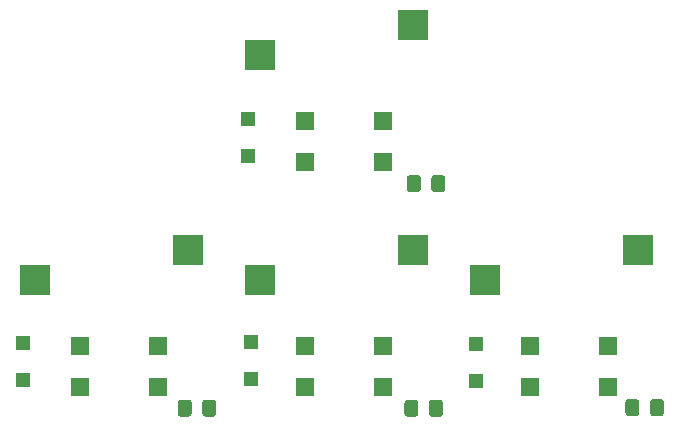
<source format=gbr>
%TF.GenerationSoftware,KiCad,Pcbnew,(5.1.10)-1*%
%TF.CreationDate,2021-11-19T23:24:49+01:00*%
%TF.ProjectId,Labbe,4c616262-652e-46b6-9963-61645f706362,rev?*%
%TF.SameCoordinates,Original*%
%TF.FileFunction,Paste,Bot*%
%TF.FilePolarity,Positive*%
%FSLAX46Y46*%
G04 Gerber Fmt 4.6, Leading zero omitted, Abs format (unit mm)*
G04 Created by KiCad (PCBNEW (5.1.10)-1) date 2021-11-19 23:24:49*
%MOMM*%
%LPD*%
G01*
G04 APERTURE LIST*
%ADD10R,1.200000X1.200000*%
%ADD11R,1.500000X1.500000*%
%ADD12R,2.550000X2.500000*%
G04 APERTURE END LIST*
%TO.C,C4*%
G36*
G01*
X196318200Y-119283500D02*
X196318200Y-118333500D01*
G75*
G02*
X196568200Y-118083500I250000J0D01*
G01*
X197243200Y-118083500D01*
G75*
G02*
X197493200Y-118333500I0J-250000D01*
G01*
X197493200Y-119283500D01*
G75*
G02*
X197243200Y-119533500I-250000J0D01*
G01*
X196568200Y-119533500D01*
G75*
G02*
X196318200Y-119283500I0J250000D01*
G01*
G37*
G36*
G01*
X194243200Y-119283500D02*
X194243200Y-118333500D01*
G75*
G02*
X194493200Y-118083500I250000J0D01*
G01*
X195168200Y-118083500D01*
G75*
G02*
X195418200Y-118333500I0J-250000D01*
G01*
X195418200Y-119283500D01*
G75*
G02*
X195168200Y-119533500I-250000J0D01*
G01*
X194493200Y-119533500D01*
G75*
G02*
X194243200Y-119283500I0J250000D01*
G01*
G37*
%TD*%
%TO.C,C5*%
G36*
G01*
X215515700Y-119296200D02*
X215515700Y-118346200D01*
G75*
G02*
X215765700Y-118096200I250000J0D01*
G01*
X216440700Y-118096200D01*
G75*
G02*
X216690700Y-118346200I0J-250000D01*
G01*
X216690700Y-119296200D01*
G75*
G02*
X216440700Y-119546200I-250000J0D01*
G01*
X215765700Y-119546200D01*
G75*
G02*
X215515700Y-119296200I0J250000D01*
G01*
G37*
G36*
G01*
X213440700Y-119296200D02*
X213440700Y-118346200D01*
G75*
G02*
X213690700Y-118096200I250000J0D01*
G01*
X214365700Y-118096200D01*
G75*
G02*
X214615700Y-118346200I0J-250000D01*
G01*
X214615700Y-119296200D01*
G75*
G02*
X214365700Y-119546200I-250000J0D01*
G01*
X213690700Y-119546200D01*
G75*
G02*
X213440700Y-119296200I0J250000D01*
G01*
G37*
%TD*%
%TO.C,C6*%
G36*
G01*
X213640000Y-100271600D02*
X213640000Y-99321600D01*
G75*
G02*
X213890000Y-99071600I250000J0D01*
G01*
X214565000Y-99071600D01*
G75*
G02*
X214815000Y-99321600I0J-250000D01*
G01*
X214815000Y-100271600D01*
G75*
G02*
X214565000Y-100521600I-250000J0D01*
G01*
X213890000Y-100521600D01*
G75*
G02*
X213640000Y-100271600I0J250000D01*
G01*
G37*
G36*
G01*
X215715000Y-100271600D02*
X215715000Y-99321600D01*
G75*
G02*
X215965000Y-99071600I250000J0D01*
G01*
X216640000Y-99071600D01*
G75*
G02*
X216890000Y-99321600I0J-250000D01*
G01*
X216890000Y-100271600D01*
G75*
G02*
X216640000Y-100521600I-250000J0D01*
G01*
X215965000Y-100521600D01*
G75*
G02*
X215715000Y-100271600I0J250000D01*
G01*
G37*
%TD*%
%TO.C,C7*%
G36*
G01*
X234227700Y-119245400D02*
X234227700Y-118295400D01*
G75*
G02*
X234477700Y-118045400I250000J0D01*
G01*
X235152700Y-118045400D01*
G75*
G02*
X235402700Y-118295400I0J-250000D01*
G01*
X235402700Y-119245400D01*
G75*
G02*
X235152700Y-119495400I-250000J0D01*
G01*
X234477700Y-119495400D01*
G75*
G02*
X234227700Y-119245400I0J250000D01*
G01*
G37*
G36*
G01*
X232152700Y-119245400D02*
X232152700Y-118295400D01*
G75*
G02*
X232402700Y-118045400I250000J0D01*
G01*
X233077700Y-118045400D01*
G75*
G02*
X233327700Y-118295400I0J-250000D01*
G01*
X233327700Y-119245400D01*
G75*
G02*
X233077700Y-119495400I-250000J0D01*
G01*
X232402700Y-119495400D01*
G75*
G02*
X232152700Y-119245400I0J250000D01*
G01*
G37*
%TD*%
D10*
%TO.C,D1*%
X181165500Y-116434900D03*
X181165500Y-113284900D03*
%TD*%
%TO.C,D2*%
X200228200Y-94335400D03*
X200228200Y-97485400D03*
%TD*%
%TO.C,D3*%
X200418700Y-116383200D03*
X200418700Y-113233200D03*
%TD*%
%TO.C,D4*%
X219468700Y-113347300D03*
X219468700Y-116497300D03*
%TD*%
D11*
%TO.C,U1*%
X185928000Y-113592000D03*
X192532000Y-113592000D03*
X185928000Y-117021000D03*
X192532000Y-117021000D03*
D12*
X195072000Y-105410000D03*
X182145000Y-107950000D03*
%TD*%
D11*
%TO.C,U2*%
X204978000Y-94542000D03*
X211582000Y-94542000D03*
X204978000Y-97971000D03*
X211582000Y-97971000D03*
D12*
X214122000Y-86360000D03*
X201195000Y-88900000D03*
%TD*%
%TO.C,U3*%
X201195000Y-107950000D03*
X214122000Y-105410000D03*
D11*
X211582000Y-117021000D03*
X204978000Y-117021000D03*
X211582000Y-113592000D03*
X204978000Y-113592000D03*
%TD*%
D12*
%TO.C,U5*%
X220245000Y-107950000D03*
X233172000Y-105410000D03*
D11*
X230632000Y-117021000D03*
X224028000Y-117021000D03*
X230632000Y-113592000D03*
X224028000Y-113592000D03*
%TD*%
M02*

</source>
